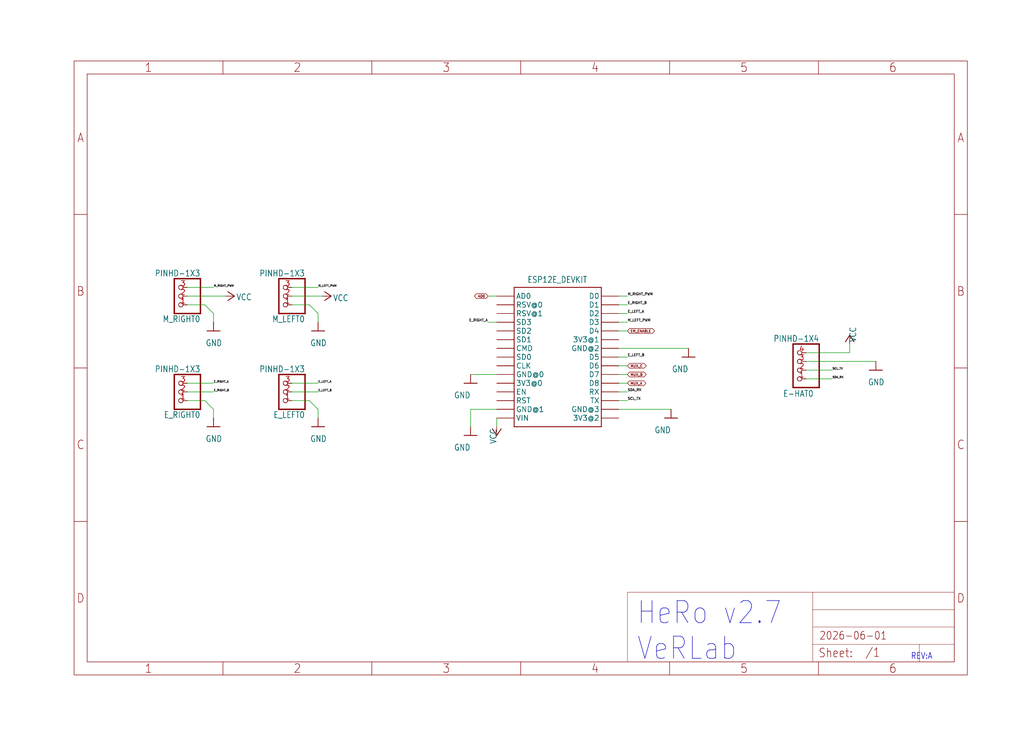
<source format=kicad_sch>
(kicad_sch (version 20250114) (generator "eeschema") (generator_version "9.0")
  (paper "User" 298.45 217.322)
  (lib_symbols
    (symbol "board-eagle-import:ESP12E_DEVKIT_ESP12E_DEVKIT"
      (symbol "ESP12E_DEVKIT_ESP12E_DEVKIT_1_0"
        (polyline (pts (xy -12.7 20.32) (xy -12.7 -20.32)) (stroke (width 0.254)))
        (polyline (pts (xy -12.7 -20.32) (xy 12.7 -20.32)) (stroke (width 0.254)))
        (polyline (pts (xy 12.7 20.32) (xy -12.7 20.32)) (stroke (width 0.254)))
        (polyline (pts (xy 12.7 -20.32) (xy 12.7 20.32)) (stroke (width 0.254)))
        (pin bidirectional line (at -17.78 17.78 0) (length 5.08) (name "AD0") (number "AD0"))
        (pin bidirectional line (at -17.78 15.24 0) (length 5.08) (name "RSV@0") (number "RSV@0"))
        (pin bidirectional line (at -17.78 12.7 0) (length 5.08) (name "RSV@1") (number "RSV@1"))
        (pin bidirectional line (at -17.78 10.16 0) (length 5.08) (name "SD3") (number "SD3"))
        (pin bidirectional line (at -17.78 7.62 0) (length 5.08) (name "SD2") (number "SD2"))
        (pin bidirectional line (at -17.78 5.08 0) (length 5.08) (name "SD1") (number "SD1"))
        (pin bidirectional line (at -17.78 2.54 0) (length 5.08) (name "CMD") (number "CMD"))
        (pin bidirectional line (at -17.78 0 0) (length 5.08) (name "SD0") (number "SD0"))
        (pin bidirectional line (at -17.78 -2.54 0) (length 5.08) (name "CLK") (number "CLK"))
        (pin bidirectional line (at -17.78 -5.08 0) (length 5.08) (name "GND@0") (number "GND@0"))
        (pin bidirectional line (at -17.78 -7.62 0) (length 5.08) (name "3V3@0") (number "3V3@0"))
        (pin bidirectional line (at -17.78 -10.16 0) (length 5.08) (name "EN") (number "EN"))
        (pin bidirectional line (at -17.78 -12.7 0) (length 5.08) (name "RST") (number "RST"))
        (pin bidirectional line (at -17.78 -15.24 0) (length 5.08) (name "GND@1") (number "GND@1"))
        (pin bidirectional line (at -17.78 -17.78 0) (length 5.08) (name "VIN") (number "VIN"))
        (pin bidirectional line (at 17.78 17.78 180) (length 5.08) (name "D0") (number "D0"))
        (pin bidirectional line (at 17.78 15.24 180) (length 5.08) (name "D1") (number "D1"))
        (pin bidirectional line (at 17.78 12.7 180) (length 5.08) (name "D2") (number "D2"))
        (pin bidirectional line (at 17.78 10.16 180) (length 5.08) (name "D3") (number "D3"))
        (pin bidirectional line (at 17.78 7.62 180) (length 5.08) (name "D4") (number "D4"))
        (pin bidirectional line (at 17.78 5.08 180) (length 5.08) (name "3V3@1") (number "3V3@1"))
        (pin bidirectional line (at 17.78 2.54 180) (length 5.08) (name "GND@2") (number "GND@2"))
        (pin bidirectional line (at 17.78 0 180) (length 5.08) (name "D5") (number "D5"))
        (pin bidirectional line (at 17.78 -2.54 180) (length 5.08) (name "D6") (number "D6"))
        (pin bidirectional line (at 17.78 -5.08 180) (length 5.08) (name "D7") (number "D7"))
        (pin bidirectional line (at 17.78 -7.62 180) (length 5.08) (name "D8") (number "D8"))
        (pin bidirectional line (at 17.78 -10.16 180) (length 5.08) (name "RX") (number "RX"))
        (pin bidirectional line (at 17.78 -12.7 180) (length 5.08) (name "TX") (number "TX"))
        (pin bidirectional line (at 17.78 -15.24 180) (length 5.08) (name "GND@3") (number "GND@3"))
        (pin bidirectional line (at 17.78 -17.78 180) (length 5.08) (name "3V3@2") (number "3V3@2"))
      )
    )
    (symbol "board-eagle-import:frames_229_A4L-LOC"
      (symbol "frames_229_A4L-LOC_1_0"
        (polyline (pts (xy 0 179.07) (xy 260.35 179.07) (xy 260.35 0) (xy 0 0) (xy 0 179.07)))
        (polyline (pts (xy 0 134.3025) (xy 3.81 134.3025)))
        (polyline (pts (xy 0 89.535) (xy 3.81 89.535)))
        (polyline (pts (xy 0 44.7675) (xy 3.81 44.7675)))
        (polyline (pts (xy 3.81 175.26) (xy 3.81 3.81)))
        (polyline (pts (xy 43.3917 179.07) (xy 43.3917 175.26)))
        (polyline (pts (xy 43.3917 3.81) (xy 43.3917 0)))
        (polyline (pts (xy 86.7833 179.07) (xy 86.7833 175.26)))
        (polyline (pts (xy 86.7833 3.81) (xy 86.7833 0)))
        (polyline (pts (xy 130.175 179.07) (xy 130.175 175.26)))
        (polyline (pts (xy 130.175 3.81) (xy 130.175 0)))
        (polyline (pts (xy 161.29 24.13) (xy 215.265 24.13)) (stroke (width 0.1016)))
        (polyline (pts (xy 161.29 3.81) (xy 161.29 24.13)) (stroke (width 0.1016)))
        (polyline (pts (xy 173.5667 179.07) (xy 173.5667 175.26)))
        (polyline (pts (xy 173.5667 3.81) (xy 173.5667 0)))
        (polyline (pts (xy 215.265 24.13) (xy 256.54 24.13)) (stroke (width 0.1016)))
        (polyline (pts (xy 215.265 19.05) (xy 215.265 24.13)) (stroke (width 0.1016)))
        (polyline (pts (xy 215.265 19.05) (xy 256.54 19.05)) (stroke (width 0.1016)))
        (polyline (pts (xy 215.265 13.97) (xy 215.265 19.05)) (stroke (width 0.1016)))
        (polyline (pts (xy 215.265 13.97) (xy 256.54 13.97)) (stroke (width 0.1016)))
        (polyline (pts (xy 215.265 8.89) (xy 215.265 13.97)) (stroke (width 0.1016)))
        (polyline (pts (xy 215.265 8.89) (xy 215.265 3.81)) (stroke (width 0.1016)))
        (polyline (pts (xy 216.9583 179.07) (xy 216.9583 175.26)))
        (polyline (pts (xy 216.9583 3.81) (xy 216.9583 0)))
        (polyline (pts (xy 246.38 8.89) (xy 215.265 8.89)) (stroke (width 0.1016)))
        (polyline (pts (xy 246.38 8.89) (xy 256.54 8.89)) (stroke (width 0.1016)))
        (polyline (pts (xy 246.38 3.81) (xy 246.38 8.89)) (stroke (width 0.1016)))
        (polyline (pts (xy 256.54 175.26) (xy 3.81 175.26)))
        (polyline (pts (xy 256.54 175.26) (xy 256.54 3.81)))
        (polyline (pts (xy 256.54 134.3025) (xy 260.35 134.3025)))
        (polyline (pts (xy 256.54 89.535) (xy 260.35 89.535)))
        (polyline (pts (xy 256.54 44.7675) (xy 260.35 44.7675)))
        (polyline (pts (xy 256.54 19.05) (xy 256.54 24.13)) (stroke (width 0.1016)))
        (polyline (pts (xy 256.54 13.97) (xy 256.54 19.05)) (stroke (width 0.1016)))
        (polyline (pts (xy 256.54 8.89) (xy 256.54 13.97)) (stroke (width 0.1016)))
        (polyline (pts (xy 256.54 3.81) (xy 3.81 3.81)))
        (polyline (pts (xy 256.54 3.81) (xy 256.54 8.89)) (stroke (width 0.1016)))
        (text "A" (at 1.905 156.6863 0) (effects (font (size 2.54 2.286))))
        (text "B" (at 1.905 111.9188 0) (effects (font (size 2.54 2.286))))
        (text "C" (at 1.905 67.1513 0) (effects (font (size 2.54 2.286))))
        (text "D" (at 1.905 22.3838 0) (effects (font (size 2.54 2.286))))
        (text "1" (at 21.6958 177.165 0) (effects (font (size 2.54 2.286))))
        (text "1" (at 21.6958 1.905 0) (effects (font (size 2.54 2.286))))
        (text "2" (at 65.0875 177.165 0) (effects (font (size 2.54 2.286))))
        (text "2" (at 65.0875 1.905 0) (effects (font (size 2.54 2.286))))
        (text "3" (at 108.4792 177.165 0) (effects (font (size 2.54 2.286))))
        (text "3" (at 108.4792 1.905 0) (effects (font (size 2.54 2.286))))
        (text "4" (at 151.8708 177.165 0) (effects (font (size 2.54 2.286))))
        (text "4" (at 151.8708 1.905 0) (effects (font (size 2.54 2.286))))
        (text "5" (at 195.2625 177.165 0) (effects (font (size 2.54 2.286))))
        (text "5" (at 195.2625 1.905 0) (effects (font (size 2.54 2.286))))
        (text "Sheet:" (at 216.916 4.953 0) (effects (font (size 2.54 2.159)) (justify left bottom)))
        (text "${PROJECTNAME}" (at 217.17 15.24 0) (effects (font (size 2.54 2.159)) (justify left bottom)))
        (text "${CURRENT_DATE}" (at 217.17 10.16 0) (effects (font (size 2.286 1.9431)) (justify left bottom)))
        (text "${#}/${##}" (at 230.505 5.08 0) (effects (font (size 2.54 2.159)) (justify left bottom)))
        (text "6" (at 238.6542 177.165 0) (effects (font (size 2.54 2.286))))
        (text "6" (at 238.6542 1.905 0) (effects (font (size 2.54 2.286))))
        (text "A" (at 258.445 156.6863 0) (effects (font (size 2.54 2.286))))
        (text "B" (at 258.445 111.9188 0) (effects (font (size 2.54 2.286))))
        (text "C" (at 258.445 67.1513 0) (effects (font (size 2.54 2.286))))
        (text "D" (at 258.445 22.3838 0) (effects (font (size 2.54 2.286))))
      )
    )
    (symbol "board-eagle-import:pinhead_PINHD-1X3"
      (property "Reference" "JP" (at -6.35 5.715 0))
      (symbol "pinhead_PINHD-1X3_1_0"
        (polyline (pts (xy -6.35 5.08) (xy -6.35 -5.08)) (stroke (width 0.4064)))
        (polyline (pts (xy -6.35 -5.08) (xy 1.27 -5.08)) (stroke (width 0.4064)))
        (polyline (pts (xy 1.27 5.08) (xy -6.35 5.08)) (stroke (width 0.4064)))
        (polyline (pts (xy 1.27 -5.08) (xy 1.27 5.08)) (stroke (width 0.4064)))
        (pin passive inverted (at -2.54 2.54 0) (length 2.54) (name "1") (number "1"))
        (pin passive inverted (at -2.54 0 0) (length 2.54) (name "2") (number "2"))
        (pin passive inverted (at -2.54 -2.54 0) (length 2.54) (name "3") (number "3"))
      )
    )
    (symbol "board-eagle-import:pinhead_PINHD-1X4"
      (property "Reference" "JP" (at -6.35 8.255 0))
      (symbol "pinhead_PINHD-1X4_1_0"
        (polyline (pts (xy -6.35 7.62) (xy -6.35 -5.08)) (stroke (width 0.4064)))
        (polyline (pts (xy -6.35 -5.08) (xy 1.27 -5.08)) (stroke (width 0.4064)))
        (polyline (pts (xy 1.27 7.62) (xy -6.35 7.62)) (stroke (width 0.4064)))
        (polyline (pts (xy 1.27 -5.08) (xy 1.27 7.62)) (stroke (width 0.4064)))
        (pin passive inverted (at -2.54 5.08 0) (length 2.54) (name "1") (number "1"))
        (pin passive inverted (at -2.54 2.54 0) (length 2.54) (name "2") (number "2"))
        (pin passive inverted (at -2.54 0 0) (length 2.54) (name "3") (number "3"))
        (pin passive inverted (at -2.54 -2.54 0) (length 2.54) (name "4") (number "4"))
      )
    )
    (symbol "board-eagle-import:supply1_371_GND" (power)
      (symbol "supply1_371_GND_1_0"
        (polyline (pts (xy -1.905 0) (xy 1.905 0)) (stroke (width 0.254)))
        (pin power_in line (at 0 2.54 270) (length 2.54) (name "GND") (number "1"))
      )
    )
    (symbol "board-eagle-import:supply1_371_VCC" (power)
      (symbol "supply1_371_VCC_1_0"
        (polyline (pts (xy 0 0) (xy -1.27 -1.905)) (stroke (width 0.254)))
        (polyline (pts (xy 1.27 -1.905) (xy 0 0)) (stroke (width 0.254)))
        (pin power_in line (at 0 -2.54 90) (length 2.54) (name "VCC") (number "1"))
      )
    )
  )
  (text "HeRo v2.7\nVeRLab" (at 185.5 193.04 0) (effects (font (size 6.4516 5.4838)) (justify left bottom)))
  (text "REV:A" (at 265.43 192.532 0) (effects (font (size 1.778 1.5113)) (justify left bottom)))
  (wire (pts (xy 180.34 119.38) (xy 195.58 119.38)) (stroke (width 0.1524)))
  (wire (pts (xy 85.09 116.84) (xy 90.17 116.84)) (stroke (width 0.1524)))
  (wire (pts (xy 92.71 91.44) (xy 92.71 93.98)) (stroke (width 0.1524)))
  (wire (pts (xy 85.09 83.82) (xy 92.71 83.82)) (stroke (width 0.1524)))
  (wire (pts (xy 180.34 116.84) (xy 182.88 116.84)) (stroke (width 0.1524)))
  (wire (pts (xy 54.61 83.82) (xy 62.23 83.82)) (stroke (width 0.1524)))
  (wire (pts (xy 180.34 104.14) (xy 182.88 104.14)) (stroke (width 0.1524)))
  (wire (pts (xy 144.78 86.36) (xy 142.24 86.36)) (stroke (width 0.1524)))
  (wire (pts (xy 85.09 86.36) (xy 93.98 86.36)) (stroke (width 0.1524)))
  (wire (pts (xy 234.95 105.41) (xy 255.27 105.41)) (stroke (width 0.1524)))
  (wire (pts (xy 234.95 102.87) (xy 247.65 102.87)) (stroke (width 0.1524)))
  (wire (pts (xy 62.23 119.38) (xy 62.23 121.92)) (stroke (width 0.1524)))
  (wire (pts (xy 90.17 88.9) (xy 92.71 91.44)) (stroke (width 0.1524)))
  (wire (pts (xy 180.34 114.3) (xy 182.88 114.3)) (stroke (width 0.1524)))
  (wire (pts (xy 180.34 109.22) (xy 182.88 109.22)) (stroke (width 0.1524)))
  (wire (pts (xy 54.61 111.76) (xy 62.23 111.76)) (stroke (width 0.1524)))
  (wire (pts (xy 54.61 114.3) (xy 62.23 114.3)) (stroke (width 0.1524)))
  (wire (pts (xy 234.95 110.49) (xy 242.57 110.49)) (stroke (width 0.1524)))
  (wire (pts (xy 54.61 86.36) (xy 65.786 86.36)) (stroke (width 0.1524)))
  (wire (pts (xy 54.61 116.84) (xy 59.69 116.84)) (stroke (width 0.1524)))
  (wire (pts (xy 92.71 119.38) (xy 92.71 121.92)) (stroke (width 0.1524)))
  (wire (pts (xy 247.65 102.87) (xy 247.65 100.33)) (stroke (width 0.1524)))
  (wire (pts (xy 180.34 101.6) (xy 200.66 101.6)) (stroke (width 0.1524)))
  (wire (pts (xy 62.23 91.44) (xy 62.23 93.98)) (stroke (width 0.1524)))
  (wire (pts (xy 180.34 86.36) (xy 182.88 86.36)) (stroke (width 0.1524)))
  (wire (pts (xy 180.34 96.52) (xy 182.88 96.52)) (stroke (width 0.1524)))
  (wire (pts (xy 59.69 116.84) (xy 62.23 119.38)) (stroke (width 0.1524)))
  (wire (pts (xy 180.34 111.76) (xy 182.88 111.76)) (stroke (width 0.1524)))
  (wire (pts (xy 137.16 124.46) (xy 137.16 119.38)) (stroke (width 0.1524)))
  (wire (pts (xy 137.16 119.38) (xy 144.78 119.38)) (stroke (width 0.1524)))
  (wire (pts (xy 180.34 88.9) (xy 182.88 88.9)) (stroke (width 0.1524)))
  (wire (pts (xy 54.61 88.9) (xy 59.69 88.9)) (stroke (width 0.1524)))
  (wire (pts (xy 180.34 91.44) (xy 182.88 91.44)) (stroke (width 0.1524)))
  (wire (pts (xy 180.34 106.68) (xy 182.88 106.68)) (stroke (width 0.1524)))
  (wire (pts (xy 144.78 93.98) (xy 142.24 93.98)) (stroke (width 0.1524)))
  (wire (pts (xy 234.95 107.95) (xy 242.57 107.95)) (stroke (width 0.1524)))
  (wire (pts (xy 85.09 114.3) (xy 92.71 114.3)) (stroke (width 0.1524)))
  (wire (pts (xy 59.69 88.9) (xy 62.23 91.44)) (stroke (width 0.1524)))
  (wire (pts (xy 85.09 88.9) (xy 90.17 88.9)) (stroke (width 0.1524)))
  (wire (pts (xy 180.34 93.98) (xy 182.88 93.98)) (stroke (width 0.1524)))
  (wire (pts (xy 85.09 111.76) (xy 92.71 111.76)) (stroke (width 0.1524)))
  (wire (pts (xy 144.78 121.92) (xy 144.78 124.46)) (stroke (width 0.1524)))
  (wire (pts (xy 90.17 116.84) (xy 92.71 119.38)) (stroke (width 0.1524)))
  (wire (pts (xy 144.78 109.22) (xy 137.16 109.22)) (stroke (width 0.1524)))
  (label "E_RIGHT_A" (at 62.23 111.76 0) (effects (font (size 0.569 0.569))))
  (label "E_LEFT_B" (at 92.71 114.3 0) (effects (font (size 0.569 0.569))))
  (label "E_LEFT_A" (at 182.88 91.44 0) (effects (font (size 0.7112 0.7112))))
  (label "E_LEFT_A" (at 92.71 111.76 0) (effects (font (size 0.569 0.569))))
  (label "M_RIGHT_PWM" (at 62.23 83.82 0) (effects (font (size 0.569 0.569))))
  (label "E_RIGHT_A" (at 142.24 93.98 180) (effects (font (size 0.7112 0.7112))))
  (label "SCL_TX" (at 242.57 107.95 0) (effects (font (size 0.569 0.569))))
  (label "SDA_RX" (at 242.57 110.49 0) (effects (font (size 0.569 0.569))))
  (label "E_RIGHT_B" (at 62.23 114.3 0) (effects (font (size 0.569 0.569))))
  (label "E_RIGHT_B" (at 182.88 88.9 0) (effects (font (size 0.7112 0.7112))))
  (label "SCL_TX" (at 182.88 116.84 0) (effects (font (size 0.7112 0.7112))))
  (label "E_LEFT_B" (at 182.88 104.14 0) (effects (font (size 0.7112 0.7112))))
  (label "M_LEFT_PWM" (at 92.71 83.82 0) (effects (font (size 0.569 0.569))))
  (label "M_LEFT_PWM" (at 182.88 93.98 0) (effects (font (size 0.7112 0.7112))))
  (label "M_RIGHT_PWM" (at 182.88 86.36 0) (effects (font (size 0.7112 0.7112))))
  (label "SDA_RX" (at 182.88 114.3 0) (effects (font (size 0.7112 0.7112))))
  (global_label "MUX_C" (shape bidirectional) (at 182.88 106.68 0) (effects (font (size 0.7112 0.7112))) (property "Intersheetrefs" "${INTERSHEET_REFS}" (effects (hide yes))))
  (global_label "AD0" (shape bidirectional) (at 142.24 86.36 180) (effects (font (size 0.7112 0.7112))) (property "Intersheetrefs" "${INTERSHEET_REFS}" (effects (hide yes))))
  (global_label "EM_ENABLE" (shape bidirectional) (at 182.88 96.52 0) (effects (font (size 0.7112 0.7112))) (property "Intersheetrefs" "${INTERSHEET_REFS}" (effects (hide yes))))
  (global_label "MUX_B" (shape bidirectional) (at 182.88 109.22 0) (effects (font (size 0.7112 0.7112))) (property "Intersheetrefs" "${INTERSHEET_REFS}" (effects (hide yes))))
  (global_label "MUX_A" (shape bidirectional) (at 182.88 111.76 0) (effects (font (size 0.7112 0.7112))) (property "Intersheetrefs" "${INTERSHEET_REFS}" (effects (hide yes))))
  (symbol (lib_id "board-eagle-import:supply1_371_GND") (at 62.23 96.52 0) (unit 1)
    (property "Reference" "#GND6" (effects (hide yes)))
    (property "Value" "GND" (at 64.77 99.06 0) (effects (font (size 1.778 1.5113)) (justify right top)))
  )
  (symbol (lib_id "board-eagle-import:pinhead_PINHD-1X3") (at 52.07 114.3 180) (unit 1)
    (property "Reference" "E_RIGHT0" (at 58.42 120.015 0) (effects (font (size 1.778 1.5113)) (justify left bottom)))
    (property "Value" "PINHD-1X3" (at 58.42 106.68 0) (effects (font (size 1.778 1.5113)) (justify left bottom)))
    (property "Footprint" "board:1X03" (effects (hide yes)))
  )
  (symbol (lib_id "board-eagle-import:supply1_371_GND") (at 200.66 104.14 0) (unit 1)
    (property "Reference" "#GND5" (effects (hide yes)))
    (property "Value" "GND" (at 200.66 106.68 0) (effects (font (size 1.778 1.5113)) (justify right top)))
  )
  (symbol (lib_id "board-eagle-import:supply1_371_GND") (at 92.71 124.46 0) (unit 1)
    (property "Reference" "#GND9" (effects (hide yes)))
    (property "Value" "GND" (at 95.25 127 0) (effects (font (size 1.778 1.5113)) (justify right top)))
  )
  (symbol (lib_id "board-eagle-import:pinhead_PINHD-1X3") (at 82.55 86.36 180) (unit 1)
    (property "Reference" "M_LEFT0" (at 88.9 92.075 0) (effects (font (size 1.778 1.5113)) (justify left bottom)))
    (property "Value" "PINHD-1X3" (at 88.9 78.74 0) (effects (font (size 1.778 1.5113)) (justify left bottom)))
    (property "Footprint" "board:1X03" (effects (hide yes)))
  )
  (symbol (lib_id "board-eagle-import:frames_229_A4L-LOC") (at 21.59 196.85 0) (unit 1)
    (property "Reference" "#FRAME2" (effects (hide yes)))
    (property "Value" "MCU and Motors Connectors" (effects (hide yes)))
    (property "TITLE" "MCU and Motors" (effects (hide yes)))
  )
  (symbol (lib_id "board-eagle-import:supply1_371_GND") (at 137.16 127 0) (unit 1)
    (property "Reference" "#GND1" (effects (hide yes)))
    (property "Value" "GND" (at 137.16 129.54 0) (effects (font (size 1.778 1.5113)) (justify right top)))
  )
  (symbol (lib_id "board-eagle-import:ESP12E_DEVKIT_ESP12E_DEVKIT") (at 162.56 104.14 0) (unit 1)
    (property "Reference" "ESP-12E0" (effects (hide yes)))
    (property "Value" "ESP12E_DEVKIT" (at 153.67 82.55 0) (effects (font (size 1.778 1.5113)) (justify left bottom)))
    (property "Footprint" "board:ESP12E_DEVKIT" (effects (hide yes)))
  )
  (symbol (lib_id "board-eagle-import:pinhead_PINHD-1X4") (at 232.41 105.41 180) (unit 1)
    (property "Reference" "E-HAT0" (at 237.1598 113.8428 0) (effects (font (size 1.778 1.5113)) (justify left bottom)))
    (property "Value" "PINHD-1X4" (at 238.76 97.79 0) (effects (font (size 1.778 1.5113)) (justify left bottom)))
    (property "Footprint" "board:1X04" (effects (hide yes)))
  )
  (symbol (lib_id "board-eagle-import:supply1_371_VCC") (at 68.326 86.36 270) (unit 1)
    (property "Reference" "#P+12" (effects (hide yes)))
    (property "Value" "VCC" (at 68.834 87.63 90) (effects (font (size 1.778 1.5113)) (justify left bottom)))
  )
  (symbol (lib_id "board-eagle-import:supply1_371_VCC") (at 247.65 97.79 0) (unit 1)
    (property "Reference" "#P+22" (effects (hide yes)))
    (property "Value" "VCC" (at 247.65 95.25 90) (effects (font (size 1.778 1.5113)) (justify right top)))
  )
  (symbol (lib_id "board-eagle-import:supply1_371_GND") (at 255.27 107.95 0) (unit 1)
    (property "Reference" "#GND18" (effects (hide yes)))
    (property "Value" "GND" (at 257.81 110.49 0) (effects (font (size 1.778 1.5113)) (justify right top)))
  )
  (symbol (lib_id "board-eagle-import:supply1_371_VCC") (at 96.52 86.36 270) (unit 1)
    (property "Reference" "#P+13" (effects (hide yes)))
    (property "Value" "VCC" (at 97.028 87.884 90) (effects (font (size 1.778 1.5113)) (justify left bottom)))
  )
  (symbol (lib_id "board-eagle-import:pinhead_PINHD-1X3") (at 82.55 114.3 180) (unit 1)
    (property "Reference" "E_LEFT0" (at 88.9 120.015 0) (effects (font (size 1.778 1.5113)) (justify left bottom)))
    (property "Value" "PINHD-1X3" (at 88.9 106.68 0) (effects (font (size 1.778 1.5113)) (justify left bottom)))
    (property "Footprint" "board:1X03" (effects (hide yes)))
  )
  (symbol (lib_id "board-eagle-import:supply1_371_GND") (at 92.71 96.52 0) (unit 1)
    (property "Reference" "#GND7" (effects (hide yes)))
    (property "Value" "GND" (at 95.25 99.06 0) (effects (font (size 1.778 1.5113)) (justify right top)))
  )
  (symbol (lib_id "board-eagle-import:supply1_371_GND") (at 137.16 111.76 0) (unit 1)
    (property "Reference" "#GND2" (effects (hide yes)))
    (property "Value" "GND" (at 137.16 114.3 0) (effects (font (size 1.778 1.5113)) (justify right top)))
  )
  (symbol (lib_id "board-eagle-import:pinhead_PINHD-1X3") (at 52.07 86.36 180) (unit 1)
    (property "Reference" "M_RIGHT0" (at 58.42 92.075 0) (effects (font (size 1.778 1.5113)) (justify left bottom)))
    (property "Value" "PINHD-1X3" (at 58.42 78.74 0) (effects (font (size 1.778 1.5113)) (justify left bottom)))
    (property "Footprint" "board:1X03" (effects (hide yes)))
  )
  (symbol (lib_id "board-eagle-import:supply1_371_GND") (at 195.58 121.92 0) (unit 1)
    (property "Reference" "#GND12" (effects (hide yes)))
    (property "Value" "GND" (at 195.58 124.46 0) (effects (font (size 1.778 1.5113)) (justify right top)))
  )
  (symbol (lib_id "board-eagle-import:supply1_371_GND") (at 62.23 124.46 0) (unit 1)
    (property "Reference" "#GND8" (effects (hide yes)))
    (property "Value" "GND" (at 64.77 127 0) (effects (font (size 1.778 1.5113)) (justify right top)))
  )
  (symbol (lib_id "board-eagle-import:supply1_371_VCC") (at 144.78 127 180) (unit 1)
    (property "Reference" "#P+1" (effects (hide yes)))
    (property "Value" "VCC" (at 144.78 129.54 90) (effects (font (size 1.778 1.5113)) (justify right top)))
  )
)
</source>
